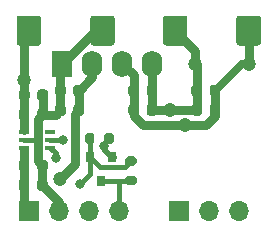
<source format=gbr>
%TF.GenerationSoftware,KiCad,Pcbnew,(5.1.10)-1*%
%TF.CreationDate,2022-01-18T16:23:03+07:00*%
%TF.ProjectId,DC5V_DC5V3V3,44433556-5f44-4433-9556-3356332e6b69,rev?*%
%TF.SameCoordinates,Original*%
%TF.FileFunction,Copper,L2,Bot*%
%TF.FilePolarity,Positive*%
%FSLAX46Y46*%
G04 Gerber Fmt 4.6, Leading zero omitted, Abs format (unit mm)*
G04 Created by KiCad (PCBNEW (5.1.10)-1) date 2022-01-18 16:23:03*
%MOMM*%
%LPD*%
G01*
G04 APERTURE LIST*
%TA.AperFunction,SMDPad,CuDef*%
%ADD10R,0.950000X0.450000*%
%TD*%
%TA.AperFunction,ComponentPad*%
%ADD11O,1.700000X1.700000*%
%TD*%
%TA.AperFunction,ComponentPad*%
%ADD12R,1.700000X1.700000*%
%TD*%
%TA.AperFunction,SMDPad,CuDef*%
%ADD13R,0.800000X0.900000*%
%TD*%
%TA.AperFunction,ComponentPad*%
%ADD14R,1.750000X2.250000*%
%TD*%
%TA.AperFunction,ComponentPad*%
%ADD15O,1.750000X2.250000*%
%TD*%
%TA.AperFunction,ViaPad*%
%ADD16C,0.800000*%
%TD*%
%TA.AperFunction,ViaPad*%
%ADD17C,1.200000*%
%TD*%
%TA.AperFunction,Conductor*%
%ADD18C,0.800000*%
%TD*%
%TA.AperFunction,Conductor*%
%ADD19C,0.400000*%
%TD*%
%TA.AperFunction,Conductor*%
%ADD20C,0.700000*%
%TD*%
G04 APERTURE END LIST*
D10*
%TO.P,D1,6*%
%TO.N,+5P*%
X92421000Y-93284000D03*
%TO.P,D1,5*%
%TO.N,Net-(D1-Pad5)*%
X92421000Y-92634000D03*
%TO.P,D1,4*%
%TO.N,N/C*%
X92421000Y-91984000D03*
%TO.P,D1,3*%
%TO.N,+5P*%
X90221000Y-91984000D03*
%TO.P,D1,2*%
%TO.N,GND1*%
X90221000Y-92634000D03*
%TO.P,D1,1*%
%TO.N,+5V*%
X90221000Y-93284000D03*
%TD*%
D11*
%TO.P,J1,4*%
%TO.N,/+5V_state*%
X98222000Y-98603000D03*
%TO.P,J1,3*%
%TO.N,+5P*%
X95682000Y-98603000D03*
%TO.P,J1,2*%
%TO.N,GND1*%
X93142000Y-98603000D03*
D12*
%TO.P,J1,1*%
%TO.N,+5V*%
X90602000Y-98603000D03*
%TD*%
D11*
%TO.P,J2,3*%
%TO.N,+3.3VP*%
X108382000Y-98603000D03*
%TO.P,J2,2*%
%TO.N,GND2*%
X105842000Y-98603000D03*
D12*
%TO.P,J2,1*%
%TO.N,+5VP*%
X103302000Y-98603000D03*
%TD*%
%TO.P,C12,2*%
%TO.N,GND2*%
%TA.AperFunction,SMDPad,CuDef*%
G36*
G01*
X108171000Y-84388000D02*
X108171000Y-82338000D01*
G75*
G02*
X108421000Y-82088000I250000J0D01*
G01*
X109996000Y-82088000D01*
G75*
G02*
X110246000Y-82338000I0J-250000D01*
G01*
X110246000Y-84388000D01*
G75*
G02*
X109996000Y-84638000I-250000J0D01*
G01*
X108421000Y-84638000D01*
G75*
G02*
X108171000Y-84388000I0J250000D01*
G01*
G37*
%TD.AperFunction*%
%TO.P,C12,1*%
%TO.N,+5VP*%
%TA.AperFunction,SMDPad,CuDef*%
G36*
G01*
X101946000Y-84388000D02*
X101946000Y-82338000D01*
G75*
G02*
X102196000Y-82088000I250000J0D01*
G01*
X103771000Y-82088000D01*
G75*
G02*
X104021000Y-82338000I0J-250000D01*
G01*
X104021000Y-84388000D01*
G75*
G02*
X103771000Y-84638000I-250000J0D01*
G01*
X102196000Y-84638000D01*
G75*
G02*
X101946000Y-84388000I0J250000D01*
G01*
G37*
%TD.AperFunction*%
%TD*%
%TO.P,C11,2*%
%TO.N,GND1*%
%TA.AperFunction,SMDPad,CuDef*%
G36*
G01*
X95787500Y-84388000D02*
X95787500Y-82338000D01*
G75*
G02*
X96037500Y-82088000I250000J0D01*
G01*
X97612500Y-82088000D01*
G75*
G02*
X97862500Y-82338000I0J-250000D01*
G01*
X97862500Y-84388000D01*
G75*
G02*
X97612500Y-84638000I-250000J0D01*
G01*
X96037500Y-84638000D01*
G75*
G02*
X95787500Y-84388000I0J250000D01*
G01*
G37*
%TD.AperFunction*%
%TO.P,C11,1*%
%TO.N,+5P*%
%TA.AperFunction,SMDPad,CuDef*%
G36*
G01*
X89562500Y-84388000D02*
X89562500Y-82338000D01*
G75*
G02*
X89812500Y-82088000I250000J0D01*
G01*
X91387500Y-82088000D01*
G75*
G02*
X91637500Y-82338000I0J-250000D01*
G01*
X91637500Y-84388000D01*
G75*
G02*
X91387500Y-84638000I-250000J0D01*
G01*
X89812500Y-84638000D01*
G75*
G02*
X89562500Y-84388000I0J250000D01*
G01*
G37*
%TD.AperFunction*%
%TD*%
%TO.P,C13,2*%
%TO.N,+5VP*%
%TA.AperFunction,SMDPad,CuDef*%
G36*
G01*
X105250000Y-88193000D02*
X105250000Y-88693000D01*
G75*
G02*
X105025000Y-88918000I-225000J0D01*
G01*
X104575000Y-88918000D01*
G75*
G02*
X104350000Y-88693000I0J225000D01*
G01*
X104350000Y-88193000D01*
G75*
G02*
X104575000Y-87968000I225000J0D01*
G01*
X105025000Y-87968000D01*
G75*
G02*
X105250000Y-88193000I0J-225000D01*
G01*
G37*
%TD.AperFunction*%
%TO.P,C13,1*%
%TO.N,GND2*%
%TA.AperFunction,SMDPad,CuDef*%
G36*
G01*
X106800000Y-88193000D02*
X106800000Y-88693000D01*
G75*
G02*
X106575000Y-88918000I-225000J0D01*
G01*
X106125000Y-88918000D01*
G75*
G02*
X105900000Y-88693000I0J225000D01*
G01*
X105900000Y-88193000D01*
G75*
G02*
X106125000Y-87968000I225000J0D01*
G01*
X106575000Y-87968000D01*
G75*
G02*
X106800000Y-88193000I0J-225000D01*
G01*
G37*
%TD.AperFunction*%
%TD*%
%TO.P,C14,2*%
%TO.N,+5VP*%
%TA.AperFunction,SMDPad,CuDef*%
G36*
G01*
X105250000Y-89844000D02*
X105250000Y-90344000D01*
G75*
G02*
X105025000Y-90569000I-225000J0D01*
G01*
X104575000Y-90569000D01*
G75*
G02*
X104350000Y-90344000I0J225000D01*
G01*
X104350000Y-89844000D01*
G75*
G02*
X104575000Y-89619000I225000J0D01*
G01*
X105025000Y-89619000D01*
G75*
G02*
X105250000Y-89844000I0J-225000D01*
G01*
G37*
%TD.AperFunction*%
%TO.P,C14,1*%
%TO.N,GND2*%
%TA.AperFunction,SMDPad,CuDef*%
G36*
G01*
X106800000Y-89844000D02*
X106800000Y-90344000D01*
G75*
G02*
X106575000Y-90569000I-225000J0D01*
G01*
X106125000Y-90569000D01*
G75*
G02*
X105900000Y-90344000I0J225000D01*
G01*
X105900000Y-89844000D01*
G75*
G02*
X106125000Y-89619000I225000J0D01*
G01*
X106575000Y-89619000D01*
G75*
G02*
X106800000Y-89844000I0J-225000D01*
G01*
G37*
%TD.AperFunction*%
%TD*%
%TO.P,R2,2*%
%TO.N,+5P*%
%TA.AperFunction,SMDPad,CuDef*%
G36*
G01*
X99513000Y-94813000D02*
X98963000Y-94813000D01*
G75*
G02*
X98763000Y-94613000I0J200000D01*
G01*
X98763000Y-94213000D01*
G75*
G02*
X98963000Y-94013000I200000J0D01*
G01*
X99513000Y-94013000D01*
G75*
G02*
X99713000Y-94213000I0J-200000D01*
G01*
X99713000Y-94613000D01*
G75*
G02*
X99513000Y-94813000I-200000J0D01*
G01*
G37*
%TD.AperFunction*%
%TO.P,R2,1*%
%TO.N,/+5V_state*%
%TA.AperFunction,SMDPad,CuDef*%
G36*
G01*
X99513000Y-96463000D02*
X98963000Y-96463000D01*
G75*
G02*
X98763000Y-96263000I0J200000D01*
G01*
X98763000Y-95863000D01*
G75*
G02*
X98963000Y-95663000I200000J0D01*
G01*
X99513000Y-95663000D01*
G75*
G02*
X99713000Y-95863000I0J-200000D01*
G01*
X99713000Y-96263000D01*
G75*
G02*
X99513000Y-96463000I-200000J0D01*
G01*
G37*
%TD.AperFunction*%
%TD*%
%TO.P,R1,2*%
%TO.N,Net-(D1-Pad5)*%
%TA.AperFunction,SMDPad,CuDef*%
G36*
G01*
X96995500Y-92782000D02*
X96995500Y-92232000D01*
G75*
G02*
X97195500Y-92032000I200000J0D01*
G01*
X97595500Y-92032000D01*
G75*
G02*
X97795500Y-92232000I0J-200000D01*
G01*
X97795500Y-92782000D01*
G75*
G02*
X97595500Y-92982000I-200000J0D01*
G01*
X97195500Y-92982000D01*
G75*
G02*
X96995500Y-92782000I0J200000D01*
G01*
G37*
%TD.AperFunction*%
%TO.P,R1,1*%
%TO.N,+5P*%
%TA.AperFunction,SMDPad,CuDef*%
G36*
G01*
X95345500Y-92782000D02*
X95345500Y-92232000D01*
G75*
G02*
X95545500Y-92032000I200000J0D01*
G01*
X95945500Y-92032000D01*
G75*
G02*
X96145500Y-92232000I0J-200000D01*
G01*
X96145500Y-92782000D01*
G75*
G02*
X95945500Y-92982000I-200000J0D01*
G01*
X95545500Y-92982000D01*
G75*
G02*
X95345500Y-92782000I0J200000D01*
G01*
G37*
%TD.AperFunction*%
%TD*%
D13*
%TO.P,Q1,3*%
%TO.N,/+5V_state*%
X96698000Y-96063000D03*
%TO.P,Q1,2*%
%TO.N,Net-(D1-Pad5)*%
X97648000Y-94063000D03*
%TO.P,Q1,1*%
%TO.N,+5P*%
X95748000Y-94063000D03*
%TD*%
D14*
%TO.P,PS1,1*%
%TO.N,GND1*%
X93396000Y-86157000D03*
D15*
%TO.P,PS1,2*%
%TO.N,+5V*%
X95936000Y-86157000D03*
%TO.P,PS1,3*%
%TO.N,GND2*%
X98476000Y-86157000D03*
%TO.P,PS1,4*%
%TO.N,+5VP*%
X101016000Y-86157000D03*
%TD*%
%TO.P,C10,2*%
%TO.N,+5VP*%
%TA.AperFunction,SMDPad,CuDef*%
G36*
G01*
X100566000Y-90344000D02*
X100566000Y-89844000D01*
G75*
G02*
X100791000Y-89619000I225000J0D01*
G01*
X101241000Y-89619000D01*
G75*
G02*
X101466000Y-89844000I0J-225000D01*
G01*
X101466000Y-90344000D01*
G75*
G02*
X101241000Y-90569000I-225000J0D01*
G01*
X100791000Y-90569000D01*
G75*
G02*
X100566000Y-90344000I0J225000D01*
G01*
G37*
%TD.AperFunction*%
%TO.P,C10,1*%
%TO.N,GND2*%
%TA.AperFunction,SMDPad,CuDef*%
G36*
G01*
X99016000Y-90344000D02*
X99016000Y-89844000D01*
G75*
G02*
X99241000Y-89619000I225000J0D01*
G01*
X99691000Y-89619000D01*
G75*
G02*
X99916000Y-89844000I0J-225000D01*
G01*
X99916000Y-90344000D01*
G75*
G02*
X99691000Y-90569000I-225000J0D01*
G01*
X99241000Y-90569000D01*
G75*
G02*
X99016000Y-90344000I0J225000D01*
G01*
G37*
%TD.AperFunction*%
%TD*%
%TO.P,C9,2*%
%TO.N,+5VP*%
%TA.AperFunction,SMDPad,CuDef*%
G36*
G01*
X100566000Y-88693000D02*
X100566000Y-88193000D01*
G75*
G02*
X100791000Y-87968000I225000J0D01*
G01*
X101241000Y-87968000D01*
G75*
G02*
X101466000Y-88193000I0J-225000D01*
G01*
X101466000Y-88693000D01*
G75*
G02*
X101241000Y-88918000I-225000J0D01*
G01*
X100791000Y-88918000D01*
G75*
G02*
X100566000Y-88693000I0J225000D01*
G01*
G37*
%TD.AperFunction*%
%TO.P,C9,1*%
%TO.N,GND2*%
%TA.AperFunction,SMDPad,CuDef*%
G36*
G01*
X99016000Y-88693000D02*
X99016000Y-88193000D01*
G75*
G02*
X99241000Y-87968000I225000J0D01*
G01*
X99691000Y-87968000D01*
G75*
G02*
X99916000Y-88193000I0J-225000D01*
G01*
X99916000Y-88693000D01*
G75*
G02*
X99691000Y-88918000I-225000J0D01*
G01*
X99241000Y-88918000D01*
G75*
G02*
X99016000Y-88693000I0J225000D01*
G01*
G37*
%TD.AperFunction*%
%TD*%
%TO.P,C6,2*%
%TO.N,+5P*%
%TA.AperFunction,SMDPad,CuDef*%
G36*
G01*
X90658000Y-88574000D02*
X90658000Y-89074000D01*
G75*
G02*
X90433000Y-89299000I-225000J0D01*
G01*
X89983000Y-89299000D01*
G75*
G02*
X89758000Y-89074000I0J225000D01*
G01*
X89758000Y-88574000D01*
G75*
G02*
X89983000Y-88349000I225000J0D01*
G01*
X90433000Y-88349000D01*
G75*
G02*
X90658000Y-88574000I0J-225000D01*
G01*
G37*
%TD.AperFunction*%
%TO.P,C6,1*%
%TO.N,GND1*%
%TA.AperFunction,SMDPad,CuDef*%
G36*
G01*
X92208000Y-88574000D02*
X92208000Y-89074000D01*
G75*
G02*
X91983000Y-89299000I-225000J0D01*
G01*
X91533000Y-89299000D01*
G75*
G02*
X91308000Y-89074000I0J225000D01*
G01*
X91308000Y-88574000D01*
G75*
G02*
X91533000Y-88349000I225000J0D01*
G01*
X91983000Y-88349000D01*
G75*
G02*
X92208000Y-88574000I0J-225000D01*
G01*
G37*
%TD.AperFunction*%
%TD*%
%TO.P,C5,2*%
%TO.N,+5P*%
%TA.AperFunction,SMDPad,CuDef*%
G36*
G01*
X90645000Y-90225000D02*
X90645000Y-90725000D01*
G75*
G02*
X90420000Y-90950000I-225000J0D01*
G01*
X89970000Y-90950000D01*
G75*
G02*
X89745000Y-90725000I0J225000D01*
G01*
X89745000Y-90225000D01*
G75*
G02*
X89970000Y-90000000I225000J0D01*
G01*
X90420000Y-90000000D01*
G75*
G02*
X90645000Y-90225000I0J-225000D01*
G01*
G37*
%TD.AperFunction*%
%TO.P,C5,1*%
%TO.N,GND1*%
%TA.AperFunction,SMDPad,CuDef*%
G36*
G01*
X92195000Y-90225000D02*
X92195000Y-90725000D01*
G75*
G02*
X91970000Y-90950000I-225000J0D01*
G01*
X91520000Y-90950000D01*
G75*
G02*
X91295000Y-90725000I0J225000D01*
G01*
X91295000Y-90225000D01*
G75*
G02*
X91520000Y-90000000I225000J0D01*
G01*
X91970000Y-90000000D01*
G75*
G02*
X92195000Y-90225000I0J-225000D01*
G01*
G37*
%TD.AperFunction*%
%TD*%
%TO.P,C4,2*%
%TO.N,+5V*%
%TA.AperFunction,SMDPad,CuDef*%
G36*
G01*
X94369000Y-88693000D02*
X94369000Y-88193000D01*
G75*
G02*
X94594000Y-87968000I225000J0D01*
G01*
X95044000Y-87968000D01*
G75*
G02*
X95269000Y-88193000I0J-225000D01*
G01*
X95269000Y-88693000D01*
G75*
G02*
X95044000Y-88918000I-225000J0D01*
G01*
X94594000Y-88918000D01*
G75*
G02*
X94369000Y-88693000I0J225000D01*
G01*
G37*
%TD.AperFunction*%
%TO.P,C4,1*%
%TO.N,GND1*%
%TA.AperFunction,SMDPad,CuDef*%
G36*
G01*
X92819000Y-88693000D02*
X92819000Y-88193000D01*
G75*
G02*
X93044000Y-87968000I225000J0D01*
G01*
X93494000Y-87968000D01*
G75*
G02*
X93719000Y-88193000I0J-225000D01*
G01*
X93719000Y-88693000D01*
G75*
G02*
X93494000Y-88918000I-225000J0D01*
G01*
X93044000Y-88918000D01*
G75*
G02*
X92819000Y-88693000I0J225000D01*
G01*
G37*
%TD.AperFunction*%
%TD*%
%TO.P,C3,2*%
%TO.N,+5V*%
%TA.AperFunction,SMDPad,CuDef*%
G36*
G01*
X90645000Y-94543000D02*
X90645000Y-95043000D01*
G75*
G02*
X90420000Y-95268000I-225000J0D01*
G01*
X89970000Y-95268000D01*
G75*
G02*
X89745000Y-95043000I0J225000D01*
G01*
X89745000Y-94543000D01*
G75*
G02*
X89970000Y-94318000I225000J0D01*
G01*
X90420000Y-94318000D01*
G75*
G02*
X90645000Y-94543000I0J-225000D01*
G01*
G37*
%TD.AperFunction*%
%TO.P,C3,1*%
%TO.N,GND1*%
%TA.AperFunction,SMDPad,CuDef*%
G36*
G01*
X92195000Y-94543000D02*
X92195000Y-95043000D01*
G75*
G02*
X91970000Y-95268000I-225000J0D01*
G01*
X91520000Y-95268000D01*
G75*
G02*
X91295000Y-95043000I0J225000D01*
G01*
X91295000Y-94543000D01*
G75*
G02*
X91520000Y-94318000I225000J0D01*
G01*
X91970000Y-94318000D01*
G75*
G02*
X92195000Y-94543000I0J-225000D01*
G01*
G37*
%TD.AperFunction*%
%TD*%
%TO.P,C2,2*%
%TO.N,+5V*%
%TA.AperFunction,SMDPad,CuDef*%
G36*
G01*
X94369000Y-90344000D02*
X94369000Y-89844000D01*
G75*
G02*
X94594000Y-89619000I225000J0D01*
G01*
X95044000Y-89619000D01*
G75*
G02*
X95269000Y-89844000I0J-225000D01*
G01*
X95269000Y-90344000D01*
G75*
G02*
X95044000Y-90569000I-225000J0D01*
G01*
X94594000Y-90569000D01*
G75*
G02*
X94369000Y-90344000I0J225000D01*
G01*
G37*
%TD.AperFunction*%
%TO.P,C2,1*%
%TO.N,GND1*%
%TA.AperFunction,SMDPad,CuDef*%
G36*
G01*
X92819000Y-90344000D02*
X92819000Y-89844000D01*
G75*
G02*
X93044000Y-89619000I225000J0D01*
G01*
X93494000Y-89619000D01*
G75*
G02*
X93719000Y-89844000I0J-225000D01*
G01*
X93719000Y-90344000D01*
G75*
G02*
X93494000Y-90569000I-225000J0D01*
G01*
X93044000Y-90569000D01*
G75*
G02*
X92819000Y-90344000I0J225000D01*
G01*
G37*
%TD.AperFunction*%
%TD*%
%TO.P,C1,2*%
%TO.N,+5V*%
%TA.AperFunction,SMDPad,CuDef*%
G36*
G01*
X90645000Y-96194000D02*
X90645000Y-96694000D01*
G75*
G02*
X90420000Y-96919000I-225000J0D01*
G01*
X89970000Y-96919000D01*
G75*
G02*
X89745000Y-96694000I0J225000D01*
G01*
X89745000Y-96194000D01*
G75*
G02*
X89970000Y-95969000I225000J0D01*
G01*
X90420000Y-95969000D01*
G75*
G02*
X90645000Y-96194000I0J-225000D01*
G01*
G37*
%TD.AperFunction*%
%TO.P,C1,1*%
%TO.N,GND1*%
%TA.AperFunction,SMDPad,CuDef*%
G36*
G01*
X92195000Y-96194000D02*
X92195000Y-96694000D01*
G75*
G02*
X91970000Y-96919000I-225000J0D01*
G01*
X91520000Y-96919000D01*
G75*
G02*
X91295000Y-96694000I0J225000D01*
G01*
X91295000Y-96194000D01*
G75*
G02*
X91520000Y-95969000I225000J0D01*
G01*
X91970000Y-95969000D01*
G75*
G02*
X92195000Y-96194000I0J-225000D01*
G01*
G37*
%TD.AperFunction*%
%TD*%
D16*
%TO.N,+5P*%
X92888000Y-94156392D03*
D17*
X90221000Y-87554000D03*
D16*
X94919998Y-96317000D03*
D17*
%TO.N,+5VP*%
X104671000Y-86157000D03*
X102540000Y-90093990D03*
%TO.N,+5V*%
X93245964Y-95959036D03*
%TO.N,GND2*%
X109271000Y-86157000D03*
X103810000Y-91364000D03*
D16*
%TO.N,Net-(D1-Pad5)*%
X93523000Y-92634000D03*
X96952000Y-93142000D03*
%TD*%
D18*
%TO.N,+5P*%
X90208000Y-90462000D02*
X90195000Y-90475000D01*
X90208000Y-88824000D02*
X90208000Y-90462000D01*
X90195000Y-90475000D02*
X90195000Y-91782999D01*
D19*
X92421000Y-93284000D02*
X92888000Y-93751000D01*
X92888000Y-93751000D02*
X92888000Y-94156392D01*
X95748000Y-92509500D02*
X95745500Y-92507000D01*
X95748000Y-94063000D02*
X95748000Y-92509500D01*
X96598001Y-94913001D02*
X95748000Y-94063000D01*
X98737999Y-94913001D02*
X96598001Y-94913001D01*
X99238000Y-94413000D02*
X98737999Y-94913001D01*
D18*
X90208000Y-88824000D02*
X90208000Y-87567000D01*
X90208000Y-87567000D02*
X90221000Y-87554000D01*
X90195000Y-91782999D02*
X90221000Y-91808999D01*
D19*
X95748000Y-95488998D02*
X94919998Y-96317000D01*
X95748000Y-94063000D02*
X95748000Y-95488998D01*
D18*
X90221000Y-83742000D02*
X90600000Y-83363000D01*
X90221000Y-87554000D02*
X90221000Y-83742000D01*
%TO.N,GND1*%
X93142000Y-97841000D02*
X91745000Y-96444000D01*
X93142000Y-98603000D02*
X93142000Y-97841000D01*
X91745000Y-94793000D02*
X91745000Y-96444000D01*
X91758000Y-90462000D02*
X91745000Y-90475000D01*
X91758000Y-88824000D02*
X91758000Y-90462000D01*
X91345999Y-90874001D02*
X91745000Y-90475000D01*
X91745000Y-94793000D02*
X91345999Y-94393999D01*
D19*
X90221000Y-92634000D02*
X91237000Y-92634000D01*
D18*
X91345999Y-92525001D02*
X91345999Y-90874001D01*
X91345999Y-94393999D02*
X91345999Y-92525001D01*
D19*
X91237000Y-92634000D02*
X91345999Y-92525001D01*
D18*
X96190000Y-83363000D02*
X93396000Y-86157000D01*
X96825000Y-83363000D02*
X96190000Y-83363000D01*
X93269000Y-90094000D02*
X93269000Y-88443000D01*
X92888000Y-90475000D02*
X93269000Y-90094000D01*
X91745000Y-90475000D02*
X92888000Y-90475000D01*
X93269000Y-86284000D02*
X93396000Y-86157000D01*
X93269000Y-88443000D02*
X93269000Y-86284000D01*
%TO.N,+5VP*%
X101016000Y-88443000D02*
X101016000Y-86157000D01*
X101016000Y-88443000D02*
X101016000Y-90094000D01*
X104800000Y-90094000D02*
X104800000Y-88443000D01*
X104800000Y-86286000D02*
X104671000Y-86157000D01*
X104800000Y-88443000D02*
X104800000Y-86286000D01*
X102540010Y-90094000D02*
X102540000Y-90093990D01*
X102539990Y-90094000D02*
X102540000Y-90093990D01*
X101016000Y-90094000D02*
X102539990Y-90094000D01*
X104800000Y-90094000D02*
X102540010Y-90094000D01*
X104671000Y-85050500D02*
X102983500Y-83363000D01*
X104671000Y-86157000D02*
X104671000Y-85050500D01*
D19*
%TO.N,/+5V_state*%
X98222000Y-98603000D02*
X98222000Y-96063000D01*
X98222000Y-96063000D02*
X99238000Y-96063000D01*
X96698000Y-96063000D02*
X98222000Y-96063000D01*
D18*
%TO.N,+5V*%
X90195000Y-98196000D02*
X90602000Y-98603000D01*
X90195000Y-96444000D02*
X90195000Y-98196000D01*
X90195000Y-94793000D02*
X90195000Y-96444000D01*
X90195000Y-93485001D02*
X90221000Y-93459001D01*
X90195000Y-94793000D02*
X90195000Y-93485001D01*
X95936000Y-87326000D02*
X94819000Y-88443000D01*
X95936000Y-86157000D02*
X95936000Y-87326000D01*
X94819000Y-90094000D02*
X94819000Y-88443000D01*
X94523001Y-90389999D02*
X94819000Y-90094000D01*
X94523001Y-94681999D02*
X94523001Y-90389999D01*
X93245964Y-95959036D02*
X94523001Y-94681999D01*
%TO.N,GND2*%
X99466000Y-87147000D02*
X98476000Y-86157000D01*
X99466000Y-88443000D02*
X99466000Y-87147000D01*
X99466000Y-88443000D02*
X99466000Y-90094000D01*
X106350000Y-90094000D02*
X106350000Y-88443000D01*
D20*
X108636000Y-86157000D02*
X106350000Y-88443000D01*
X109271000Y-86157000D02*
X108636000Y-86157000D01*
D18*
X105555000Y-91364000D02*
X103810000Y-91364000D01*
X106350000Y-90569000D02*
X105555000Y-91364000D01*
X106350000Y-90094000D02*
X106350000Y-90569000D01*
X99466000Y-90569000D02*
X100261000Y-91364000D01*
X99466000Y-90094000D02*
X99466000Y-90569000D01*
X100261000Y-91364000D02*
X103810000Y-91364000D01*
X109271000Y-83425500D02*
X109208500Y-83363000D01*
X109271000Y-86157000D02*
X109271000Y-83425500D01*
D19*
%TO.N,Net-(D1-Pad5)*%
X92421000Y-92634000D02*
X93523000Y-92634000D01*
X97775000Y-94063000D02*
X97532737Y-94063000D01*
X97648000Y-94063000D02*
X97532737Y-94063000D01*
X97532737Y-94063000D02*
X96952000Y-93482263D01*
X96952000Y-93482263D02*
X96952000Y-93142000D01*
X97395500Y-92507000D02*
X96952000Y-92950500D01*
X96952000Y-92950500D02*
X96952000Y-93142000D01*
X97648000Y-94063000D02*
X96952000Y-93367000D01*
X96952000Y-93367000D02*
X96952000Y-93142000D01*
%TD*%
M02*

</source>
